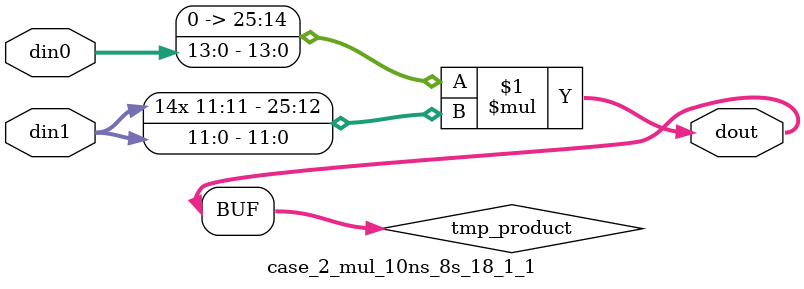
<source format=v>

`timescale 1 ns / 1 ps

 (* use_dsp = "no" *)  module case_2_mul_10ns_8s_18_1_1(din0, din1, dout);
parameter ID = 1;
parameter NUM_STAGE = 0;
parameter din0_WIDTH = 14;
parameter din1_WIDTH = 12;
parameter dout_WIDTH = 26;

input [din0_WIDTH - 1 : 0] din0; 
input [din1_WIDTH - 1 : 0] din1; 
output [dout_WIDTH - 1 : 0] dout;

wire signed [dout_WIDTH - 1 : 0] tmp_product;

























assign tmp_product = $signed({1'b0, din0}) * $signed(din1);










assign dout = tmp_product;





















endmodule

</source>
